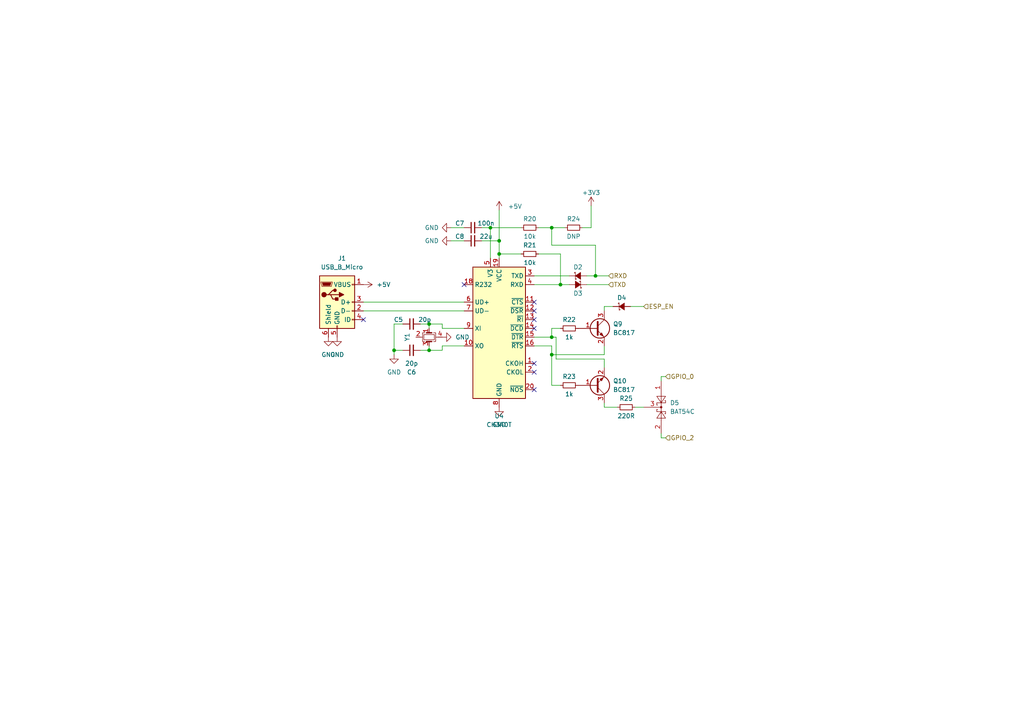
<source format=kicad_sch>
(kicad_sch (version 20210621) (generator eeschema)
  (paper "A4")
  (lib_symbols
    (symbol "Connector:USB_B_Micro" (pin_names (offset 1.016))
      (property "Reference" "J" (at -5.08 11.43 0))
      (property "Value" "USB_B_Micro" (at -5.08 8.89 0))
      (symbol "USB_B_Micro_0_1"
        (circle (center -3.81 2.159) (radius 0.635) (stroke (width 0.254)) (fill (type outline)))
        (circle (center -0.635 3.429) (radius 0.381) (stroke (width 0.254)) (fill (type outline)))
        (rectangle (start -0.127 -7.62) (end 0.127 -6.858))
        (rectangle (start 5.08 -5.207) (end 4.318 -4.953))
        (rectangle (start 5.08 -2.667) (end 4.318 -2.413))
        (rectangle (start 5.08 -0.127) (end 4.318 0.127))
        (rectangle (start 5.08 4.953) (end 4.318 5.207))
        (rectangle (start 0.254 1.27) (end -0.508 0.508) (stroke (width 0.254)) (fill (type outline)))
        (rectangle (start -5.08 -7.62) (end 5.08 7.62) (stroke (width 0.254)) (fill (type background)))
        (polyline (pts (xy -1.905 2.159) (xy 0.635 2.159)) (stroke (width 0.254)))
        (polyline (pts (xy -3.175 2.159) (xy -2.54 2.159) (xy -1.27 3.429) (xy -0.635 3.429)) (stroke (width 0.254)))
        (polyline (pts (xy -2.54 2.159) (xy -1.905 2.159) (xy -1.27 0.889) (xy 0 0.889)) (stroke (width 0.254)))
        (polyline (pts (xy -4.699 5.842) (xy -4.699 5.588) (xy -4.445 4.826) (xy -4.445 4.572) (xy -1.651 4.572) (xy -1.651 4.826) (xy -1.397 5.588) (xy -1.397 5.842) (xy -4.699 5.842)))
        (polyline (pts (xy 0.635 2.794) (xy 0.635 1.524) (xy 1.905 2.159) (xy 0.635 2.794)) (stroke (width 0.254)) (fill (type outline)))
        (polyline (pts (xy -4.318 5.588) (xy -1.778 5.588) (xy -2.032 4.826) (xy -4.064 4.826) (xy -4.318 5.588)) (fill (type outline)))
      )
      (symbol "USB_B_Micro_1_1"
        (pin power_out line (at 7.62 5.08 180) (length 2.54) (name "VBUS") (number "1"))
        (pin bidirectional line (at 7.62 -2.54 180) (length 2.54) (name "D-") (number "2"))
        (pin bidirectional line (at 7.62 0 180) (length 2.54) (name "D+") (number "3"))
        (pin passive line (at 7.62 -5.08 180) (length 2.54) (name "ID") (number "4"))
        (pin power_out line (at 0 -10.16 90) (length 2.54) (name "GND") (number "5"))
        (pin passive line (at -2.54 -10.16 90) (length 2.54) (name "Shield") (number "6"))
      )
    )
    (symbol "Diode:BAT54C" (pin_names (offset 1.016))
      (property "Reference" "D" (at 0.635 -3.81 0))
      (property "Value" "BAT54C" (at -6.35 3.175 0))
      (symbol "BAT54C_0_1"
        (circle (center 0 0) (radius 0.254) (fill (type outline)))
        (polyline (pts (xy -1.905 0) (xy 1.905 0)))
        (polyline (pts (xy -1.905 1.27) (xy -1.905 1.016)))
        (polyline (pts (xy -1.27 -1.27) (xy -0.635 -1.27)))
        (polyline (pts (xy -1.27 0) (xy -3.81 0)))
        (polyline (pts (xy -1.27 1.27) (xy -1.905 1.27)))
        (polyline (pts (xy -1.27 1.27) (xy -1.27 -1.27)))
        (polyline (pts (xy -0.635 -1.27) (xy -0.635 -1.016)))
        (polyline (pts (xy 0.635 -1.27) (xy 0.635 -1.016)))
        (polyline (pts (xy 1.27 -1.27) (xy 0.635 -1.27)))
        (polyline (pts (xy 1.27 1.27) (xy 1.27 -1.27)))
        (polyline (pts (xy 1.27 1.27) (xy 1.905 1.27)))
        (polyline (pts (xy 1.905 1.27) (xy 1.905 1.016)))
        (polyline (pts (xy 3.81 0) (xy 1.27 0)))
        (polyline (pts (xy -3.175 -1.27) (xy -3.175 1.27) (xy -1.27 0) (xy -3.175 -1.27)))
        (polyline (pts (xy 3.175 -1.27) (xy 3.175 1.27) (xy 1.27 0) (xy 3.175 -1.27)))
      )
      (symbol "BAT54C_1_1"
        (pin passive line (at -7.62 0 0) (length 3.81) (name "~") (number "1"))
        (pin passive line (at 7.62 0 180) (length 3.81) (name "~") (number "2"))
        (pin passive line (at 0 -5.08 90) (length 5.08) (name "~") (number "3"))
      )
    )
    (symbol "Interface_USB:CH340T"
      (property "Reference" "U" (at -7.62 22.86 0))
      (property "Value" "CH340T" (at 7.62 22.86 0))
      (symbol "CH340T_1_1"
        (rectangle (start -7.62 20.32) (end 7.62 -17.78) (stroke (width 0.254)) (fill (type background)))
        (pin output line (at 10.16 -7.62 180) (length 2.54) (name "CKOH") (number "1"))
        (pin output line (at -10.16 -2.54 0) (length 2.54) (name "XO") (number "10"))
        (pin input line (at 10.16 10.16 180) (length 2.54) (name "~{CTS}") (number "11"))
        (pin input line (at 10.16 7.62 180) (length 2.54) (name "~{DSR}") (number "12"))
        (pin input line (at 10.16 5.08 180) (length 2.54) (name "~{RI}") (number "13"))
        (pin input line (at 10.16 2.54 180) (length 2.54) (name "~{DCD}") (number "14"))
        (pin output line (at 10.16 0 180) (length 2.54) (name "~{DTR}") (number "15"))
        (pin output line (at 10.16 -2.54 180) (length 2.54) (name "~{RTS}") (number "16"))
        (pin no_connect line (at -7.62 -7.62 0) (length 2.54) hide (name "NC") (number "17"))
        (pin input line (at -10.16 15.24 0) (length 2.54) (name "R232") (number "18"))
        (pin power_in line (at 0 22.86 270) (length 2.54) (name "VCC") (number "19"))
        (pin output line (at 10.16 -10.16 180) (length 2.54) (name "CKOL") (number "2"))
        (pin input line (at 10.16 -15.24 180) (length 2.54) (name "~{NOS}") (number "20"))
        (pin output line (at 10.16 17.78 180) (length 2.54) (name "TXD") (number "3"))
        (pin input line (at 10.16 15.24 180) (length 2.54) (name "RXD") (number "4"))
        (pin passive line (at -2.54 22.86 270) (length 2.54) (name "V3") (number "5"))
        (pin bidirectional line (at -10.16 10.16 0) (length 2.54) (name "UD+") (number "6"))
        (pin bidirectional line (at -10.16 7.62 0) (length 2.54) (name "UD-") (number "7"))
        (pin power_in line (at 0 -20.32 90) (length 2.54) (name "GND") (number "8"))
        (pin input line (at -10.16 2.54 0) (length 2.54) (name "XI") (number "9"))
      )
    )
    (symbol "Transistor_BJT:BC817" (pin_names (offset 0) hide)
      (property "Reference" "Q" (at 5.08 1.905 0))
      (property "Value" "BC817" (at 5.08 0 0))
      (symbol "BC817_0_1"
        (circle (center 1.27 0) (radius 2.8194) (stroke (width 0.254)))
        (polyline (pts (xy 0.635 0.635) (xy 2.54 2.54)))
        (polyline (pts (xy 0.635 -0.635) (xy 2.54 -2.54) (xy 2.54 -2.54)))
        (polyline (pts (xy 0.635 1.905) (xy 0.635 -1.905) (xy 0.635 -1.905)) (stroke (width 0.508)))
        (polyline (pts (xy 1.27 -1.778) (xy 1.778 -1.27) (xy 2.286 -2.286) (xy 1.27 -1.778) (xy 1.27 -1.778)) (fill (type outline)))
      )
      (symbol "BC817_1_1"
        (pin input line (at -5.08 0 0) (length 5.715) (name "B") (number "1"))
        (pin passive line (at 2.54 -5.08 90) (length 2.54) (name "E") (number "2"))
        (pin passive line (at 2.54 5.08 270) (length 2.54) (name "C") (number "3"))
      )
    )
    (symbol "power:+3.3V" (power) (pin_names (offset 0))
      (property "Value" "+3.3V" (at 0 3.556 0))
      (symbol "+3.3V_0_1"
        (polyline (pts (xy -0.762 1.27) (xy 0 2.54)))
        (polyline (pts (xy 0 0) (xy 0 2.54)))
        (polyline (pts (xy 0 2.54) (xy 0.762 1.27)))
      )
      (symbol "+3.3V_1_1"
        (pin power_in line (at 0 0 90) (length 0) hide (name "+3V3") (number "1"))
      )
    )
    (symbol "power:+5V" (power) (pin_names (offset 0))
      (property "Value" "+5V" (at 0 3.556 0))
      (symbol "+5V_0_1"
        (polyline (pts (xy -0.762 1.27) (xy 0 2.54)))
        (polyline (pts (xy 0 0) (xy 0 2.54)))
        (polyline (pts (xy 0 2.54) (xy 0.762 1.27)))
      )
      (symbol "+5V_1_1"
        (pin power_in line (at 0 0 90) (length 0) hide (name "+5V") (number "1"))
      )
    )
    (symbol "power:GND" (power) (pin_names (offset 0))
      (property "Value" "GND" (at 0 -3.81 0))
      (symbol "GND_0_1"
        (polyline (pts (xy 0 0) (xy 0 -1.27) (xy 1.27 -1.27) (xy 0 -2.54) (xy -1.27 -1.27) (xy 0 -1.27)))
      )
      (symbol "GND_1_1"
        (pin power_in line (at 0 0 270) (length 0) hide (name "GND") (number "1"))
      )
    )
    (symbol "wazombi:C_Small" (pin_numbers hide) (pin_names (offset 0.254) hide)
      (property "Reference" "C" (at 0.254 1.778 0))
      (property "Value" "C_Small" (at 0.254 -2.032 0))
      (symbol "C_Small_0_1"
        (polyline (pts (xy -1.524 -0.508) (xy 1.524 -0.508)) (stroke (width 0.3302)))
        (polyline (pts (xy -1.524 0.508) (xy 1.524 0.508)) (stroke (width 0.3048)))
      )
      (symbol "C_Small_1_1"
        (pin passive line (at 0 2.54 270) (length 1.905) (name "~") (number "1"))
        (pin passive line (at 0 -2.54 90) (length 2.032) (name "~") (number "2"))
      )
    )
    (symbol "wazombi:Crystal_GND24_Small" (pin_names (offset 1.016) hide)
      (property "Reference" "Y" (at 1.27 4.445 0))
      (symbol "Crystal_GND24_Small_0_1"
        (rectangle (start -0.762 -1.524) (end 0.762 1.524))
        (polyline (pts (xy -1.27 -0.762) (xy -1.27 0.762)) (stroke (width 0.381)))
        (polyline (pts (xy 0 -1.905) (xy 0 -2.6162)))
        (polyline (pts (xy 0 2.5654) (xy 0 1.9304)))
        (polyline (pts (xy 1.27 -0.762) (xy 1.27 0.762)) (stroke (width 0.381)))
        (polyline (pts (xy -1.27 -1.27) (xy -1.27 -1.905) (xy 1.27 -1.905) (xy 1.27 -1.27)))
        (polyline (pts (xy -1.27 1.27) (xy -1.27 1.905) (xy 1.27 1.905) (xy 1.27 1.27)))
      )
      (symbol "Crystal_GND24_Small_1_1"
        (pin passive line (at -2.54 0 0) (length 1.27) (name "1") (number "1"))
        (pin passive line (at 0 -3.81 90) (length 1.27) (name "2") (number "2"))
        (pin passive line (at 2.54 0 180) (length 1.27) (name "3") (number "3"))
        (pin passive line (at 0 3.81 270) (length 1.27) (name "4") (number "4"))
      )
    )
    (symbol "wazombi:D_Schottky_Small" (pin_numbers hide) (pin_names (offset 0.254) hide)
      (property "Reference" "D" (at -1.27 2.032 0))
      (property "Value" "D_Schottky_Small" (at -7.112 -2.032 0))
      (symbol "D_Schottky_Small_0_1"
        (polyline (pts (xy -0.762 -1.016) (xy -0.762 1.016)))
        (polyline (pts (xy -0.762 -1.016) (xy -0.508 -1.016) (xy -0.508 -0.762)))
        (polyline (pts (xy -0.762 1.016) (xy -1.016 1.016) (xy -1.016 0.762)))
        (polyline (pts (xy 0.762 -1.016) (xy -0.762 0) (xy 0.762 1.016) (xy 0.762 -1.016)) (fill (type outline)))
      )
      (symbol "D_Schottky_Small_1_1"
        (pin passive line (at -2.54 0 0) (length 1.778) (name "K") (number "1"))
        (pin passive line (at 2.54 0 180) (length 1.778) (name "A") (number "2"))
      )
    )
    (symbol "wazombi:R_Small" (pin_numbers hide) (pin_names (offset 0.254) hide)
      (property "Reference" "R" (at 0.762 0.508 0))
      (property "Value" "R_Small" (at 0.762 -1.016 0))
      (symbol "R_Small_0_1"
        (rectangle (start -0.762 1.778) (end 0.762 -1.778) (stroke (width 0.2032)))
      )
      (symbol "R_Small_1_1"
        (pin passive line (at 0 2.54 270) (length 0.762) (name "~") (number "1"))
        (pin passive line (at 0 -2.54 90) (length 0.762) (name "~") (number "2"))
      )
    )
  )
  (junction (at 114.3 101.6))
  (junction (at 124.46 93.98))
  (junction (at 124.46 101.6))
  (junction (at 142.24 66.04))
  (junction (at 144.78 69.85))
  (junction (at 144.78 73.66))
  (junction (at 160.02 66.04))
  (junction (at 160.02 97.79))
  (junction (at 160.02 102.87))
  (junction (at 162.56 82.55))
  (junction (at 172.72 80.01))
  (no_connect (at 105.41 92.71))
  (no_connect (at 134.62 82.55))
  (no_connect (at 154.94 87.63))
  (no_connect (at 154.94 90.17))
  (no_connect (at 154.94 92.71))
  (no_connect (at 154.94 95.25))
  (no_connect (at 154.94 105.41))
  (no_connect (at 154.94 107.95))
  (no_connect (at 154.94 113.03))
  (wire (pts (xy 105.41 87.63) (xy 134.62 87.63)))
  (wire (pts (xy 105.41 90.17) (xy 134.62 90.17)))
  (wire (pts (xy 114.3 93.98) (xy 114.3 101.6)))
  (wire (pts (xy 114.3 101.6) (xy 114.3 102.87)))
  (wire (pts (xy 114.3 101.6) (xy 116.84 101.6)))
  (wire (pts (xy 116.84 93.98) (xy 114.3 93.98)))
  (wire (pts (xy 121.92 93.98) (xy 124.46 93.98)))
  (wire (pts (xy 121.92 101.6) (xy 124.46 101.6)))
  (wire (pts (xy 124.46 93.98) (xy 124.46 95.25)))
  (wire (pts (xy 124.46 93.98) (xy 128.27 93.98)))
  (wire (pts (xy 124.46 100.33) (xy 124.46 101.6)))
  (wire (pts (xy 124.46 101.6) (xy 128.27 101.6)))
  (wire (pts (xy 128.27 95.25) (xy 128.27 93.98)))
  (wire (pts (xy 128.27 100.33) (xy 128.27 101.6)))
  (wire (pts (xy 130.81 66.04) (xy 134.62 66.04)))
  (wire (pts (xy 130.81 69.85) (xy 134.62 69.85)))
  (wire (pts (xy 134.62 95.25) (xy 128.27 95.25)))
  (wire (pts (xy 134.62 100.33) (xy 128.27 100.33)))
  (wire (pts (xy 139.7 66.04) (xy 142.24 66.04)))
  (wire (pts (xy 139.7 69.85) (xy 144.78 69.85)))
  (wire (pts (xy 142.24 66.04) (xy 151.13 66.04)))
  (wire (pts (xy 142.24 74.93) (xy 142.24 66.04)))
  (wire (pts (xy 144.78 60.96) (xy 144.78 69.85)))
  (wire (pts (xy 144.78 69.85) (xy 144.78 73.66)))
  (wire (pts (xy 144.78 73.66) (xy 144.78 74.93)))
  (wire (pts (xy 144.78 73.66) (xy 151.13 73.66)))
  (wire (pts (xy 154.94 80.01) (xy 165.1 80.01)))
  (wire (pts (xy 154.94 82.55) (xy 162.56 82.55)))
  (wire (pts (xy 154.94 97.79) (xy 160.02 97.79)))
  (wire (pts (xy 154.94 100.33) (xy 160.02 100.33)))
  (wire (pts (xy 156.21 66.04) (xy 160.02 66.04)))
  (wire (pts (xy 160.02 66.04) (xy 163.83 66.04)))
  (wire (pts (xy 160.02 71.12) (xy 160.02 66.04)))
  (wire (pts (xy 160.02 95.25) (xy 162.56 95.25)))
  (wire (pts (xy 160.02 97.79) (xy 160.02 95.25)))
  (wire (pts (xy 160.02 97.79) (xy 161.29 97.79)))
  (wire (pts (xy 160.02 100.33) (xy 160.02 102.87)))
  (wire (pts (xy 160.02 102.87) (xy 160.02 111.76)))
  (wire (pts (xy 160.02 102.87) (xy 175.26 102.87)))
  (wire (pts (xy 160.02 111.76) (xy 162.56 111.76)))
  (wire (pts (xy 161.29 104.14) (xy 161.29 97.79)))
  (wire (pts (xy 162.56 73.66) (xy 156.21 73.66)))
  (wire (pts (xy 162.56 82.55) (xy 162.56 73.66)))
  (wire (pts (xy 162.56 82.55) (xy 165.1 82.55)))
  (wire (pts (xy 168.91 66.04) (xy 171.45 66.04)))
  (wire (pts (xy 170.18 80.01) (xy 172.72 80.01)))
  (wire (pts (xy 170.18 82.55) (xy 176.53 82.55)))
  (wire (pts (xy 171.45 66.04) (xy 171.45 59.69)))
  (wire (pts (xy 172.72 71.12) (xy 160.02 71.12)))
  (wire (pts (xy 172.72 80.01) (xy 172.72 71.12)))
  (wire (pts (xy 172.72 80.01) (xy 176.53 80.01)))
  (wire (pts (xy 175.26 88.9) (xy 175.26 90.17)))
  (wire (pts (xy 175.26 100.33) (xy 175.26 102.87)))
  (wire (pts (xy 175.26 104.14) (xy 161.29 104.14)))
  (wire (pts (xy 175.26 106.68) (xy 175.26 104.14)))
  (wire (pts (xy 175.26 116.84) (xy 175.26 118.11)))
  (wire (pts (xy 175.26 118.11) (xy 179.07 118.11)))
  (wire (pts (xy 177.8 88.9) (xy 175.26 88.9)))
  (wire (pts (xy 182.88 88.9) (xy 186.69 88.9)))
  (wire (pts (xy 184.15 118.11) (xy 186.69 118.11)))
  (wire (pts (xy 191.77 109.22) (xy 193.04 109.22)))
  (wire (pts (xy 191.77 110.49) (xy 191.77 109.22)))
  (wire (pts (xy 191.77 125.73) (xy 191.77 127)))
  (wire (pts (xy 191.77 127) (xy 193.04 127)))
  (hierarchical_label "RXD" (shape input) (at 176.53 80.01 0))
  (hierarchical_label "TXD" (shape input) (at 176.53 82.55 0))
  (hierarchical_label "ESP_EN" (shape input) (at 186.69 88.9 0))
  (hierarchical_label "GPIO_0" (shape input) (at 193.04 109.22 0))
  (hierarchical_label "GPIO_2" (shape input) (at 193.04 127 0))
  (symbol (lib_id "power:+5V") (at 105.41 82.55 270) (unit 1)
    (property "Reference" "#PWR0131" (effects hide))
    (property "Value" "+5V" (at 109.22 82.5499 90) (effects (justify left)))
  )
  (symbol (lib_id "power:+5V") (at 144.78 60.96 0) (unit 1)
    (property "Reference" "#PWR0138" (effects hide))
    (property "Value" "+5V" (at 147.32 59.8804 0) (effects (justify left)))
  )
  (symbol (lib_id "power:+3.3V") (at 171.45 59.69 0) (unit 1)
    (property "Reference" "#PWR0139" (effects hide))
    (property "Value" "+3.3V" (at 171.45 55.88 0))
  )
  (symbol (lib_id "power:GND") (at 95.25 97.79 0) (unit 1)
    (property "Reference" "#PWR0136" (effects hide))
    (property "Value" "GND" (at 95.25 102.87 0))
  )
  (symbol (lib_id "power:GND") (at 97.79 97.79 0) (unit 1)
    (property "Reference" "#PWR0137" (effects hide))
    (property "Value" "GND" (at 97.79 102.87 0))
  )
  (symbol (lib_id "power:GND") (at 114.3 102.87 0) (unit 1)
    (property "Reference" "#PWR0135" (effects hide))
    (property "Value" "GND" (at 114.3 107.95 0))
  )
  (symbol (lib_id "power:GND") (at 128.27 97.79 90) (unit 1)
    (property "Reference" "#PWR0130" (effects hide))
    (property "Value" "GND" (at 132.08 97.7899 90) (effects (justify right)))
  )
  (symbol (lib_id "power:GND") (at 130.81 66.04 270) (unit 1)
    (property "Reference" "#PWR0134" (effects hide))
    (property "Value" "GND" (at 123.19 66.0399 90) (effects (justify left)))
  )
  (symbol (lib_id "power:GND") (at 130.81 69.85 270) (unit 1)
    (property "Reference" "#PWR0133" (effects hide))
    (property "Value" "GND" (at 123.19 69.8499 90) (effects (justify left)))
  )
  (symbol (lib_id "power:GND") (at 144.78 118.11 0) (unit 1)
    (property "Reference" "#PWR0132" (effects hide))
    (property "Value" "GND" (at 144.78 123.19 0))
  )
  (symbol (lib_id "wazombi:R_Small") (at 153.67 66.04 90) (unit 1)
    (property "Reference" "R20" (at 153.67 63.5 90))
    (property "Value" "10k" (at 153.67 68.58 90))
    (property "Footprint" "Resistor_SMD:R_0603_1608Metric" (effects hide))
  )
  (symbol (lib_id "wazombi:R_Small") (at 153.67 73.66 90) (unit 1)
    (property "Reference" "R21" (at 153.67 71.12 90))
    (property "Value" "10k" (at 153.67 76.2 90))
    (property "Footprint" "Resistor_SMD:R_0603_1608Metric" (effects hide))
  )
  (symbol (lib_id "wazombi:R_Small") (at 165.1 95.25 90) (unit 1)
    (property "Reference" "R22" (at 165.1 92.71 90))
    (property "Value" "1k" (at 165.1 97.79 90))
    (property "Footprint" "Resistor_SMD:R_0603_1608Metric" (effects hide))
  )
  (symbol (lib_id "wazombi:R_Small") (at 165.1 111.76 90) (unit 1)
    (property "Reference" "R23" (at 165.1 109.22 90))
    (property "Value" "1k" (at 165.1 114.3 90))
    (property "Footprint" "Resistor_SMD:R_0603_1608Metric" (effects hide))
  )
  (symbol (lib_id "wazombi:R_Small") (at 166.37 66.04 90) (unit 1)
    (property "Reference" "R24" (at 166.37 63.5 90))
    (property "Value" "DNP" (at 166.37 68.58 90))
    (property "Footprint" "Resistor_SMD:R_0603_1608Metric" (effects hide))
  )
  (symbol (lib_id "wazombi:R_Small") (at 181.61 118.11 90) (unit 1)
    (property "Reference" "R25" (at 181.61 115.57 90))
    (property "Value" "220R" (at 181.61 120.65 90))
    (property "Footprint" "Resistor_SMD:R_0603_1608Metric" (effects hide))
  )
  (symbol (lib_id "wazombi:D_Schottky_Small") (at 167.64 80.01 0) (unit 1)
    (property "Reference" "D2" (at 167.64 77.47 0))
    (property "Value" "D_Schottky_Small" (effects hide))
    (property "Footprint" "Diode_SMD:D_0603_1608Metric_Pad1.05x0.95mm_HandSolder" (effects hide))
  )
  (symbol (lib_id "wazombi:D_Schottky_Small") (at 167.64 82.55 180) (unit 1)
    (property "Reference" "D3" (at 167.64 85.09 0))
    (property "Value" "D_Schottky_Small" (effects hide))
    (property "Footprint" "Diode_SMD:D_0603_1608Metric_Pad1.05x0.95mm_HandSolder" (effects hide))
  )
  (symbol (lib_id "wazombi:D_Schottky_Small") (at 180.34 88.9 0) (unit 1)
    (property "Reference" "D4" (at 180.34 86.36 0))
    (property "Value" "D_Schottky_Small" (effects hide))
    (property "Footprint" "Diode_SMD:D_0603_1608Metric_Pad1.05x0.95mm_HandSolder" (effects hide))
  )
  (symbol (lib_id "wazombi:C_Small") (at 119.38 93.98 90) (unit 1)
    (property "Reference" "C5" (at 115.57 92.71 90))
    (property "Value" "20p" (at 123.19 92.71 90))
    (property "Footprint" "Capacitor_SMD:C_0603_1608Metric" (effects hide))
  )
  (symbol (lib_id "wazombi:C_Small") (at 119.38 101.6 90) (unit 1)
    (property "Reference" "C6" (at 119.38 107.95 90))
    (property "Value" "20p" (at 119.38 105.41 90))
    (property "Footprint" "Capacitor_SMD:C_0603_1608Metric" (effects hide))
  )
  (symbol (lib_id "wazombi:C_Small") (at 137.16 66.04 90) (unit 1)
    (property "Reference" "C7" (at 133.35 64.77 90))
    (property "Value" "100n" (at 140.97 64.77 90))
    (property "Footprint" "Capacitor_SMD:C_0603_1608Metric" (effects hide))
  )
  (symbol (lib_id "wazombi:C_Small") (at 137.16 69.85 90) (unit 1)
    (property "Reference" "C8" (at 133.35 68.58 90))
    (property "Value" "22u" (at 140.97 68.58 90))
    (property "Footprint" "Capacitor_SMD:C_0603_1608Metric" (effects hide))
  )
  (symbol (lib_id "wazombi:Crystal_GND24_Small") (at 124.46 97.79 270) (unit 1)
    (property "Reference" "Y1" (at 118.1101 96.52 0) (effects (justify left)))
    (property "Value" "Crystal_GND24_Small" (effects hide))
    (property "Footprint" "Crystal:Crystal_SMD_3225-4Pin_3.2x2.5mm_HandSoldering" (effects hide))
    (property "Datasheet" "https://www.mouser.ee/datasheet/2/3/ABM8G-106-12.000MHz-T-1359227.pdf" (effects hide))
    (property "MPN" "ABM8G-106-12.000MHZ-T" (effects hide))
    (property "MFR" "ABRACON" (effects hide))
    (property "Price" "0,23€ @ 500" (effects hide))
    (property "Source" "https://www.mouser.ee/ProductDetail/ABRACON/ABM8G-106-12000MHZ-T?qs=wUXugUrL1qx4SdiSQRmbzA%3D%3D" (effects hide))
  )
  (symbol (lib_id "Transistor_BJT:BC817") (at 172.72 95.25 0) (unit 1)
    (property "Reference" "Q9" (at 177.8 93.9799 0) (effects (justify left)))
    (property "Value" "BC817" (at 177.8 96.5199 0) (effects (justify left)))
    (property "Footprint" "Package_TO_SOT_SMD:SOT-23" (effects hide))
    (property "Datasheet" "https://www.onsemi.com/pub/Collateral/BC818-D.pdf" (effects hide))
  )
  (symbol (lib_id "Transistor_BJT:BC817") (at 172.72 111.76 0) (mirror x) (unit 1)
    (property "Reference" "Q10" (at 177.8 110.4899 0) (effects (justify left)))
    (property "Value" "BC817" (at 177.8 113.0299 0) (effects (justify left)))
    (property "Footprint" "Package_TO_SOT_SMD:SOT-23" (effects hide))
    (property "Datasheet" "https://www.onsemi.com/pub/Collateral/BC818-D.pdf" (effects hide))
  )
  (symbol (lib_id "Diode:BAT54C") (at 191.77 118.11 270) (unit 1)
    (property "Reference" "D5" (at 194.31 116.8399 90) (effects (justify left)))
    (property "Value" "BAT54C" (at 194.31 119.3799 90) (effects (justify left)))
    (property "Footprint" "Package_TO_SOT_SMD:SOT-23" (effects hide))
    (property "Datasheet" "http://www.diodes.com/_files/datasheets/ds11005.pdf" (effects hide))
  )
  (symbol (lib_id "Connector:USB_B_Micro") (at 97.79 87.63 0) (unit 1)
    (property "Reference" "J1" (at 99.187 74.93 0))
    (property "Value" "USB_B_Micro" (at 99.187 77.47 0))
    (property "Footprint" "Connector_USB:USB_Mini-B_Tensility_54-00023_Vertical_CircularHoles" (effects hide))
  )
  (symbol (lib_id "Interface_USB:CH340T") (at 144.78 97.79 0) (unit 1)
    (property "Reference" "U4" (at 144.78 120.65 0))
    (property "Value" "CH340T" (at 144.78 123.19 0))
    (property "Footprint" "Package_SO:SSOP-20_5.3x7.2mm_P0.65mm" (effects hide))
    (property "Datasheet" "https://cdn.sparkfun.com/datasheets/Dev/Arduino/Other/CH340DS1.PDF" (effects hide))
  )
)
</source>
